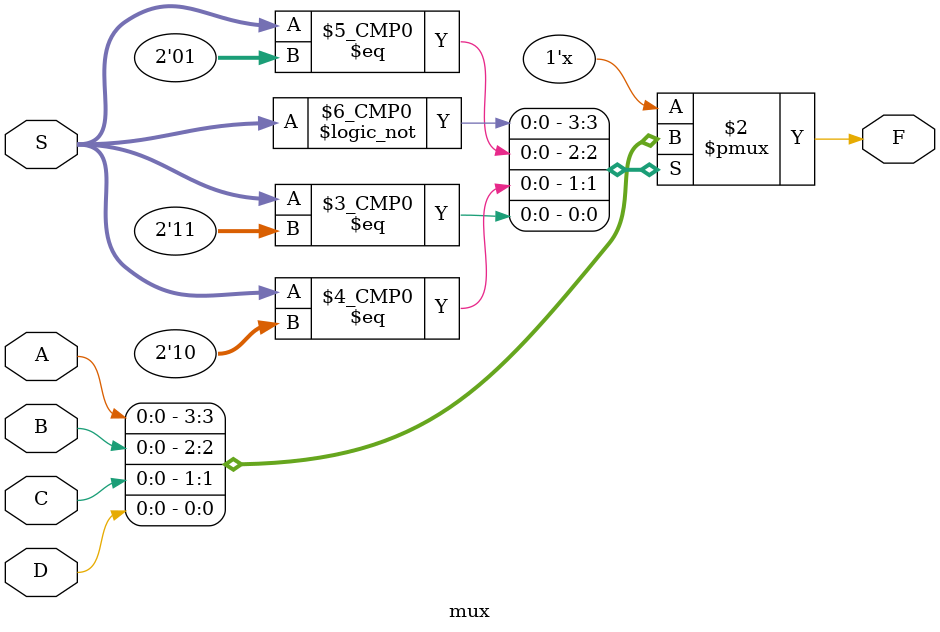
<source format=v>
module mux (input [1:0]S, input A, B, C, D, output reg F);
always @(*)
begin
	case (S)
	2'b00 : F = A;
	2'b01 : F = B;
	2'b10 : F = C;
	2'b11 : F = D;
	default: F =0;
	endcase
end

endmodule
</source>
